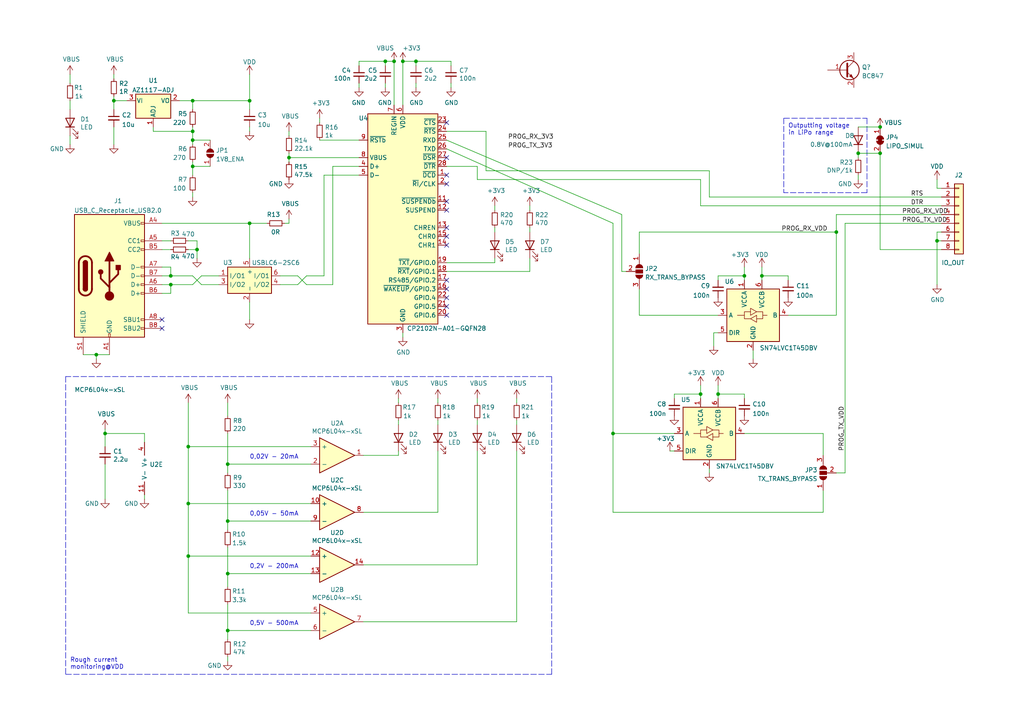
<source format=kicad_sch>
(kicad_sch (version 20211123) (generator eeschema)
  (paper "A4")
  (lib_symbols
    (symbol "Amplifier_Operational:MCP6L04x-xSL"
      (property "Reference" "U" (at 0 3.81 0))
      (property "Value" "MCP6L04x-xSL" (at 0 -3.81 0))
      (symbol "MCP6L04x-xSL_1_1"
        (pin output line (at 7.62 0 180) (length 2.54) (name "~") (number "1"))
        (pin input line (at -7.62 -2.54 0) (length 2.54) (name "-") (number "2"))
        (pin input line (at -7.62 2.54 0) (length 2.54) (name "+") (number "3"))
      )
      (symbol "MCP6L04x-xSL_2_1"
        (pin input line (at -7.62 2.54 0) (length 2.54) (name "+") (number "5"))
        (pin input line (at -7.62 -2.54 0) (length 2.54) (name "-") (number "6"))
        (pin output line (at 7.62 0 180) (length 2.54) (name "~") (number "7"))
      )
      (symbol "MCP6L04x-xSL_3_1"
        (pin input line (at -7.62 2.54 0) (length 2.54) (name "+") (number "10"))
        (pin output line (at 7.62 0 180) (length 2.54) (name "~") (number "8"))
        (pin input line (at -7.62 -2.54 0) (length 2.54) (name "-") (number "9"))
      )
      (symbol "MCP6L04x-xSL_4_1"
        (pin input line (at -7.62 2.54 0) (length 2.54) (name "+") (number "12"))
        (pin input line (at -7.62 -2.54 0) (length 2.54) (name "-") (number "13"))
        (pin output line (at 7.62 0 180) (length 2.54) (name "~") (number "14"))
      )
      (symbol "MCP6L04x-xSL_5_1"
        (pin power_in line (at -2.54 -7.62 90) (length 3.81) (name "V-") (number "11"))
        (pin power_in line (at -2.54 7.62 270) (length 3.81) (name "V+") (number "4"))
      )
    )
    (symbol "Connector:USB_C_Receptacle_USB2.0" (pin_names (offset 1.016))
      (property "Reference" "J" (at -10.16 19.05 0))
      (property "Value" "USB_C_Receptacle_USB2.0" (at 19.05 19.05 0))
      (symbol "USB_C_Receptacle_USB2.0_1_1"
        (pin passive line (at 0 -22.86 90) (length 5.08) (name "GND") (number "A1"))
        (pin passive line (at 0 -22.86 90) (length 5.08) hide (name "GND") (number "A12"))
        (pin passive line (at 15.24 15.24 180) (length 5.08) (name "VBUS") (number "A4"))
        (pin bidirectional line (at 15.24 10.16 180) (length 5.08) (name "CC1") (number "A5"))
        (pin bidirectional line (at 15.24 -2.54 180) (length 5.08) (name "D+") (number "A6"))
        (pin bidirectional line (at 15.24 2.54 180) (length 5.08) (name "D-") (number "A7"))
        (pin bidirectional line (at 15.24 -12.7 180) (length 5.08) (name "SBU1") (number "A8"))
        (pin passive line (at 15.24 15.24 180) (length 5.08) hide (name "VBUS") (number "A9"))
        (pin passive line (at 0 -22.86 90) (length 5.08) hide (name "GND") (number "B1"))
        (pin passive line (at 0 -22.86 90) (length 5.08) hide (name "GND") (number "B12"))
        (pin passive line (at 15.24 15.24 180) (length 5.08) hide (name "VBUS") (number "B4"))
        (pin bidirectional line (at 15.24 7.62 180) (length 5.08) (name "CC2") (number "B5"))
        (pin bidirectional line (at 15.24 -5.08 180) (length 5.08) (name "D+") (number "B6"))
        (pin bidirectional line (at 15.24 0 180) (length 5.08) (name "D-") (number "B7"))
        (pin bidirectional line (at 15.24 -15.24 180) (length 5.08) (name "SBU2") (number "B8"))
        (pin passive line (at 15.24 15.24 180) (length 5.08) hide (name "VBUS") (number "B9"))
        (pin passive line (at -7.62 -22.86 90) (length 5.08) (name "SHIELD") (number "S1"))
      )
    )
    (symbol "Connector_Generic:Conn_01x08" (pin_names (offset 1.016) hide)
      (property "Reference" "J" (at 0 10.16 0))
      (property "Value" "Conn_01x08" (at 0 -12.7 0))
      (symbol "Conn_01x08_1_1"
        (pin passive line (at -5.08 7.62 0) (length 3.81) (name "Pin_1") (number "1"))
        (pin passive line (at -5.08 5.08 0) (length 3.81) (name "Pin_2") (number "2"))
        (pin passive line (at -5.08 2.54 0) (length 3.81) (name "Pin_3") (number "3"))
        (pin passive line (at -5.08 0 0) (length 3.81) (name "Pin_4") (number "4"))
        (pin passive line (at -5.08 -2.54 0) (length 3.81) (name "Pin_5") (number "5"))
        (pin passive line (at -5.08 -5.08 0) (length 3.81) (name "Pin_6") (number "6"))
        (pin passive line (at -5.08 -7.62 0) (length 3.81) (name "Pin_7") (number "7"))
        (pin passive line (at -5.08 -10.16 0) (length 3.81) (name "Pin_8") (number "8"))
      )
    )
    (symbol "Critbit_lib:USBLC6-2SC6"
      (property "Reference" "U" (at -5.08 5.08 0))
      (property "Value" "USBLC6-2SC6" (at 2.54 -5.08 0))
      (symbol "USBLC6-2SC6_1_1"
        (pin passive line (at -8.89 1.27 0) (length 2.54) (name "I/O1") (number "1"))
        (pin passive line (at 0 -6.35 90) (length 2.54) (name "-") (number "2"))
        (pin passive line (at -8.89 -1.27 0) (length 2.54) (name "I/O2") (number "3"))
        (pin passive line (at 8.89 -1.27 180) (length 2.54) (name "I/O2") (number "4"))
        (pin passive line (at 0 6.35 270) (length 2.54) (name "+") (number "5"))
        (pin passive line (at 8.89 1.27 180) (length 2.54) (name "I/O1") (number "6"))
      )
    )
    (symbol "Device:C_Small" (pin_numbers hide) (pin_names (offset 0.254) hide)
      (property "Reference" "C" (at 0.254 1.778 0))
      (property "Value" "C_Small" (at 0.254 -2.032 0))
      (symbol "C_Small_1_1"
        (pin passive line (at 0 2.54 270) (length 2.032) (name "~") (number "1"))
        (pin passive line (at 0 -2.54 90) (length 2.032) (name "~") (number "2"))
      )
    )
    (symbol "Device:D" (pin_numbers hide) (pin_names (offset 1.016) hide)
      (property "Reference" "D" (at 0 2.54 0))
      (property "Value" "D" (at 0 -2.54 0))
      (symbol "D_1_1"
        (pin passive line (at -3.81 0 0) (length 2.54) (name "K") (number "1"))
        (pin passive line (at 3.81 0 180) (length 2.54) (name "A") (number "2"))
      )
    )
    (symbol "Device:LED" (pin_numbers hide) (pin_names (offset 1.016) hide)
      (property "Reference" "D" (at 0 2.54 0))
      (property "Value" "LED" (at 0 -2.54 0))
      (symbol "LED_1_1"
        (pin passive line (at -3.81 0 0) (length 2.54) (name "K") (number "1"))
        (pin passive line (at 3.81 0 180) (length 2.54) (name "A") (number "2"))
      )
    )
    (symbol "Device:R_Small" (pin_numbers hide) (pin_names (offset 0.254) hide)
      (property "Reference" "R" (at 0.762 0.508 0))
      (property "Value" "R_Small" (at 0.762 -1.016 0))
      (symbol "R_Small_1_1"
        (pin passive line (at 0 2.54 270) (length 0.762) (name "~") (number "1"))
        (pin passive line (at 0 -2.54 90) (length 0.762) (name "~") (number "2"))
      )
    )
    (symbol "Interface_USB:CP2102N-A01-GQFN28"
      (property "Reference" "U" (at -7.62 31.75 0))
      (property "Value" "Interface_USB_CP2102N-A01-GQFN28" (at 26.67 31.75 0))
      (symbol "CP2102N-A01-GQFN28_1_1"
        (pin input line (at 12.7 12.7 180) (length 2.54) (name "~{DCD}") (number "1"))
        (pin no_connect line (at -10.16 -10.16 0) (length 2.54) hide (name "NC") (number "10"))
        (pin output line (at 12.7 5.08 180) (length 2.54) (name "~{SUSPENDb}") (number "11"))
        (pin output line (at 12.7 2.54 180) (length 2.54) (name "SUSPEND") (number "12"))
        (pin output line (at 12.7 -2.54 180) (length 2.54) (name "CHREN") (number "13"))
        (pin output line (at 12.7 -7.62 180) (length 2.54) (name "CHR1") (number "14"))
        (pin output line (at 12.7 -5.08 180) (length 2.54) (name "CHR0") (number "15"))
        (pin bidirectional line (at 12.7 -20.32 180) (length 2.54) (name "~{WAKEUP}/GPIO.3") (number "16"))
        (pin bidirectional line (at 12.7 -17.78 180) (length 2.54) (name "RS485/GPIO.2") (number "17"))
        (pin bidirectional line (at 12.7 -15.24 180) (length 2.54) (name "~{RXT}/GPIO.1") (number "18"))
        (pin bidirectional line (at 12.7 -12.7 180) (length 2.54) (name "~{TXT}/GPIO.0") (number "19"))
        (pin bidirectional line (at 12.7 10.16 180) (length 2.54) (name "~{RI}/CLK") (number "2"))
        (pin bidirectional line (at 12.7 -27.94 180) (length 2.54) (name "GPIO.6") (number "20"))
        (pin bidirectional line (at 12.7 -25.4 180) (length 2.54) (name "GPIO.5") (number "21"))
        (pin bidirectional line (at 12.7 -22.86 180) (length 2.54) (name "GPIO.4") (number "22"))
        (pin input line (at 12.7 27.94 180) (length 2.54) (name "~{CTS}") (number "23"))
        (pin output line (at 12.7 25.4 180) (length 2.54) (name "~{RTS}") (number "24"))
        (pin input line (at 12.7 22.86 180) (length 2.54) (name "RXD") (number "25"))
        (pin output line (at 12.7 20.32 180) (length 2.54) (name "TXD") (number "26"))
        (pin input line (at 12.7 17.78 180) (length 2.54) (name "~{DSR}") (number "27"))
        (pin output line (at 12.7 15.24 180) (length 2.54) (name "~{DTR}") (number "28"))
        (pin passive line (at 0 -33.02 90) (length 2.54) hide (name "GND") (number "29"))
        (pin power_in line (at 0 -33.02 90) (length 2.54) (name "GND") (number "3"))
        (pin bidirectional line (at -12.7 15.24 0) (length 2.54) (name "D+") (number "4"))
        (pin bidirectional line (at -12.7 12.7 0) (length 2.54) (name "D-") (number "5"))
        (pin passive line (at 0 33.02 270) (length 2.54) (name "VDD") (number "6"))
        (pin power_in line (at -2.54 33.02 270) (length 2.54) (name "REGIN") (number "7"))
        (pin input line (at -12.7 17.78 0) (length 2.54) (name "VBUS") (number "8"))
        (pin input line (at -12.7 22.86 0) (length 2.54) (name "~{RSTb}") (number "9"))
      )
    )
    (symbol "Jumper:SolderJumper_2_Bridged" (pin_names (offset 0) hide)
      (property "Reference" "JP" (at 0 2.032 0))
      (property "Value" "SolderJumper_2_Bridged" (at 0 -2.54 0))
      (symbol "SolderJumper_2_Bridged_1_1"
        (pin passive line (at -3.81 0 0) (length 2.54) (name "A") (number "1"))
        (pin passive line (at 3.81 0 180) (length 2.54) (name "B") (number "2"))
      )
    )
    (symbol "Jumper:SolderJumper_2_Open" (pin_names (offset 0) hide)
      (property "Reference" "JP" (at 0 2.032 0))
      (property "Value" "SolderJumper_2_Open" (at 0 -2.54 0))
      (symbol "SolderJumper_2_Open_1_1"
        (pin passive line (at -3.81 0 0) (length 2.54) (name "A") (number "1"))
        (pin passive line (at 3.81 0 180) (length 2.54) (name "B") (number "2"))
      )
    )
    (symbol "Jumper:SolderJumper_3_Open" (pin_names (offset 0) hide)
      (property "Reference" "JP" (at -2.54 -2.54 0))
      (property "Value" "SolderJumper_3_Open" (at 0 2.794 0))
      (symbol "SolderJumper_3_Open_1_1"
        (pin passive line (at -5.08 0 0) (length 2.54) (name "A") (number "1"))
        (pin passive line (at 0 -3.81 90) (length 2.54) (name "C") (number "2"))
        (pin passive line (at 5.08 0 180) (length 2.54) (name "B") (number "3"))
      )
    )
    (symbol "Logic_LevelTranslator:SN74LVC1T45DBV"
      (property "Reference" "U" (at -6.35 8.89 0))
      (property "Value" "SN74LVC1T45DBV" (at 3.81 8.89 0))
      (symbol "SN74LVC1T45DBV_1_1"
        (pin power_in line (at -2.54 10.16 270) (length 2.54) (name "VCCA") (number "1"))
        (pin power_in line (at 0 -10.16 90) (length 2.54) (name "GND") (number "2"))
        (pin bidirectional line (at -10.16 0 0) (length 2.54) (name "A") (number "3"))
        (pin bidirectional line (at 10.16 0 180) (length 2.54) (name "B") (number "4"))
        (pin input line (at -10.16 -5.08 0) (length 2.54) (name "DIR") (number "5"))
        (pin power_in line (at 2.54 10.16 270) (length 2.54) (name "VCCB") (number "6"))
      )
    )
    (symbol "Regulator_Linear:AZ1117-ADJ" (pin_names (offset 0.254))
      (property "Reference" "U" (at -3.81 3.175 0))
      (property "Value" "AZ1117-ADJ" (at 0 3.175 0))
      (symbol "AZ1117-ADJ_1_1"
        (pin input line (at 0 -7.62 90) (length 2.54) (name "ADJ") (number "1"))
        (pin power_out line (at 7.62 0 180) (length 2.54) (name "VO") (number "2"))
        (pin power_in line (at -7.62 0 0) (length 2.54) (name "VI") (number "3"))
      )
    )
    (symbol "Transistor_BJT:BC847" (pin_names (offset 0) hide)
      (property "Reference" "Q" (at 5.08 1.905 0))
      (property "Value" "BC847" (at 5.08 0 0))
      (symbol "BC847_1_1"
        (pin input line (at -5.08 0 0) (length 5.715) (name "B") (number "1"))
        (pin passive line (at 2.54 -5.08 90) (length 2.54) (name "E") (number "2"))
        (pin passive line (at 2.54 5.08 270) (length 2.54) (name "C") (number "3"))
      )
    )
    (symbol "power:+3.3V" (power) (pin_names (offset 0))
      (property "Value" "+3.3V" (at 0 3.556 0))
      (symbol "+3.3V_1_1"
        (pin power_in line (at 0 0 90) (length 0) hide (name "+3V3") (number "1"))
      )
    )
    (symbol "power:GND" (power) (pin_names (offset 0))
      (property "Value" "GND" (at 0 -3.81 0))
      (symbol "GND_1_1"
        (pin power_in line (at 0 0 270) (length 0) hide (name "GND") (number "1"))
      )
    )
    (symbol "power:VBUS" (power) (pin_names (offset 0))
      (property "Value" "VBUS" (at 0 3.81 0))
      (symbol "VBUS_1_1"
        (pin power_in line (at 0 0 90) (length 0) hide (name "VBUS") (number "1"))
      )
    )
    (symbol "power:VDD" (power) (pin_names (offset 0))
      (property "Value" "VDD" (at 0 3.81 0))
      (symbol "VDD_1_1"
        (pin power_in line (at 0 0 90) (length 0) hide (name "VDD") (number "1"))
      )
    )
  )
  (junction (at 114.3 17.78))
  (junction (at 30.48 125.73))
  (junction (at 55.88 38.1))
  (junction (at 27.94 102.87))
  (junction (at 220.98 80.01))
  (junction (at 111.76 17.78))
  (junction (at 55.88 29.21))
  (junction (at 49.53 82.55))
  (junction (at 255.27 36.83))
  (junction (at 66.04 166.37))
  (junction (at 242.57 67.31))
  (junction (at 255.27 44.45))
  (junction (at 203.2 114.3))
  (junction (at 54.61 129.54))
  (junction (at 116.84 17.78))
  (junction (at 54.61 161.29))
  (junction (at 66.04 134.62))
  (junction (at 208.28 114.3))
  (junction (at 83.82 45.72))
  (junction (at 72.39 29.21))
  (junction (at 271.78 69.85))
  (junction (at 248.92 44.45))
  (junction (at 57.15 72.39))
  (junction (at 55.88 40.64))
  (junction (at 66.04 151.13))
  (junction (at 55.88 48.26))
  (junction (at 49.53 80.01))
  (junction (at 54.61 146.05))
  (junction (at 72.39 64.77))
  (junction (at 33.02 29.21))
  (junction (at 177.8 125.73))
  (junction (at 120.65 17.78))
  (junction (at 215.9 80.01))
  (junction (at 66.04 182.88))
  (no_connect (at 129.54 45.72))
  (no_connect (at 46.99 95.25))
  (no_connect (at 129.54 88.9))
  (no_connect (at 129.54 58.42))
  (no_connect (at 129.54 53.34))
  (no_connect (at 129.54 68.58))
  (no_connect (at 46.99 92.71))
  (no_connect (at 129.54 66.04))
  (no_connect (at 129.54 81.28))
  (no_connect (at 129.54 35.56))
  (no_connect (at 129.54 83.82))
  (no_connect (at 129.54 60.96))
  (no_connect (at 129.54 86.36))
  (no_connect (at 129.54 91.44))
  (no_connect (at 129.54 71.12))
  (no_connect (at 129.54 50.8))
  (wire (pts (xy 49.53 80.01) (xy 55.88 80.01)))
  (wire (pts (xy 273.05 67.31) (xy 271.78 67.31)))
  (wire (pts (xy 248.92 50.8) (xy 248.92 52.07)))
  (wire (pts (xy 55.88 48.26) (xy 60.96 48.26)))
  (wire (pts (xy 245.11 64.77) (xy 273.05 64.77)))
  (wire (pts (xy 58.42 80.01) (xy 63.5 80.01)))
  (wire (pts (xy 54.61 129.54) (xy 54.61 146.05)))
  (wire (pts (xy 20.32 24.13) (xy 20.32 21.59)))
  (wire (pts (xy 153.67 78.74) (xy 153.67 74.93)))
  (wire (pts (xy 86.36 80.01) (xy 88.9 82.55)))
  (wire (pts (xy 242.57 62.23) (xy 242.57 67.31)))
  (wire (pts (xy 96.52 82.55) (xy 96.52 48.26)))
  (wire (pts (xy 271.78 52.07) (xy 271.78 54.61)))
  (wire (pts (xy 127 115.57) (xy 127 116.84)))
  (wire (pts (xy 46.99 82.55) (xy 49.53 82.55)))
  (wire (pts (xy 248.92 44.45) (xy 255.27 44.45)))
  (wire (pts (xy 228.6 80.01) (xy 228.6 81.28)))
  (wire (pts (xy 138.43 163.83) (xy 105.41 163.83)))
  (wire (pts (xy 55.88 40.64) (xy 55.88 41.91)))
  (wire (pts (xy 46.99 85.09) (xy 49.53 85.09)))
  (wire (pts (xy 46.99 77.47) (xy 49.53 77.47)))
  (wire (pts (xy 66.04 191.77) (xy 66.04 190.5)))
  (wire (pts (xy 215.9 77.47) (xy 215.9 80.01)))
  (wire (pts (xy 72.39 64.77) (xy 72.39 74.93)))
  (wire (pts (xy 208.28 80.01) (xy 215.9 80.01)))
  (wire (pts (xy 228.6 91.44) (xy 242.57 91.44)))
  (wire (pts (xy 208.28 114.3) (xy 208.28 115.57)))
  (wire (pts (xy 83.82 45.72) (xy 83.82 46.99)))
  (wire (pts (xy 115.57 132.08) (xy 105.41 132.08)))
  (wire (pts (xy 220.98 80.01) (xy 228.6 80.01)))
  (wire (pts (xy 245.11 64.77) (xy 245.11 137.16)))
  (wire (pts (xy 215.9 114.3) (xy 215.9 115.57)))
  (wire (pts (xy 72.39 29.21) (xy 72.39 21.59)))
  (wire (pts (xy 242.57 137.16) (xy 245.11 137.16)))
  (wire (pts (xy 177.8 125.73) (xy 195.58 125.73)))
  (wire (pts (xy 208.28 111.76) (xy 208.28 114.3)))
  (wire (pts (xy 57.15 72.39) (xy 57.15 69.85)))
  (wire (pts (xy 66.04 185.42) (xy 66.04 182.88)))
  (wire (pts (xy 66.04 153.67) (xy 66.04 151.13)))
  (polyline (pts (xy 160.02 109.22) (xy 19.05 109.22)))
  (wire (pts (xy 104.14 17.78) (xy 104.14 19.05)))
  (polyline (pts (xy 251.46 55.88) (xy 227.33 55.88)))
  (wire (pts (xy 115.57 115.57) (xy 115.57 116.84)))
  (wire (pts (xy 72.39 64.77) (xy 77.47 64.77)))
  (wire (pts (xy 41.91 125.73) (xy 41.91 128.27)))
  (wire (pts (xy 153.67 66.04) (xy 153.67 67.31)))
  (wire (pts (xy 203.2 52.07) (xy 203.2 59.69)))
  (wire (pts (xy 208.28 81.28) (xy 208.28 80.01)))
  (wire (pts (xy 27.94 102.87) (xy 27.94 104.14)))
  (wire (pts (xy 46.99 64.77) (xy 72.39 64.77)))
  (wire (pts (xy 111.76 17.78) (xy 104.14 17.78)))
  (wire (pts (xy 66.04 125.73) (xy 66.04 134.62)))
  (wire (pts (xy 46.99 72.39) (xy 49.53 72.39)))
  (wire (pts (xy 30.48 125.73) (xy 41.91 125.73)))
  (wire (pts (xy 55.88 55.88) (xy 55.88 57.15)))
  (wire (pts (xy 81.28 82.55) (xy 86.36 82.55)))
  (wire (pts (xy 138.43 52.07) (xy 138.43 48.26)))
  (wire (pts (xy 138.43 52.07) (xy 203.2 52.07)))
  (wire (pts (xy 129.54 38.1) (xy 140.97 38.1)))
  (polyline (pts (xy 160.02 195.58) (xy 160.02 109.22)))
  (wire (pts (xy 72.39 29.21) (xy 72.39 31.75)))
  (wire (pts (xy 177.8 64.77) (xy 177.8 125.73)))
  (wire (pts (xy 242.57 62.23) (xy 273.05 62.23)))
  (wire (pts (xy 88.9 82.55) (xy 96.52 82.55)))
  (wire (pts (xy 153.67 60.96) (xy 153.67 59.69)))
  (wire (pts (xy 114.3 30.48) (xy 114.3 17.78)))
  (wire (pts (xy 180.34 62.23) (xy 180.34 78.74)))
  (wire (pts (xy 55.88 40.64) (xy 60.96 40.64)))
  (wire (pts (xy 255.27 36.83) (xy 248.92 36.83)))
  (wire (pts (xy 55.88 38.1) (xy 44.45 38.1)))
  (wire (pts (xy 129.54 78.74) (xy 153.67 78.74)))
  (wire (pts (xy 127 130.81) (xy 127 148.59)))
  (wire (pts (xy 203.2 59.69) (xy 273.05 59.69)))
  (wire (pts (xy 205.74 49.53) (xy 140.97 49.53)))
  (wire (pts (xy 44.45 38.1) (xy 44.45 36.83)))
  (wire (pts (xy 115.57 130.81) (xy 115.57 132.08)))
  (wire (pts (xy 83.82 64.77) (xy 82.55 64.77)))
  (wire (pts (xy 185.42 83.82) (xy 185.42 91.44)))
  (wire (pts (xy 138.43 48.26) (xy 129.54 48.26)))
  (wire (pts (xy 195.58 115.57) (xy 195.58 114.3)))
  (wire (pts (xy 33.02 27.94) (xy 33.02 29.21)))
  (wire (pts (xy 54.61 146.05) (xy 54.61 161.29)))
  (wire (pts (xy 208.28 114.3) (xy 215.9 114.3)))
  (wire (pts (xy 130.81 19.05) (xy 130.81 17.78)))
  (wire (pts (xy 93.98 80.01) (xy 88.9 80.01)))
  (wire (pts (xy 120.65 17.78) (xy 130.81 17.78)))
  (wire (pts (xy 66.04 137.16) (xy 66.04 134.62)))
  (wire (pts (xy 30.48 144.78) (xy 30.48 134.62)))
  (wire (pts (xy 207.01 96.52) (xy 208.28 96.52)))
  (wire (pts (xy 205.74 135.89) (xy 205.74 137.16)))
  (wire (pts (xy 66.04 182.88) (xy 90.17 182.88)))
  (wire (pts (xy 195.58 114.3) (xy 203.2 114.3)))
  (wire (pts (xy 66.04 182.88) (xy 66.04 175.26)))
  (wire (pts (xy 120.65 24.13) (xy 120.65 25.4)))
  (wire (pts (xy 30.48 124.46) (xy 30.48 125.73)))
  (wire (pts (xy 49.53 85.09) (xy 49.53 82.55)))
  (wire (pts (xy 149.86 123.19) (xy 149.86 121.92)))
  (wire (pts (xy 90.17 161.29) (xy 54.61 161.29)))
  (wire (pts (xy 271.78 54.61) (xy 273.05 54.61)))
  (wire (pts (xy 24.13 102.87) (xy 27.94 102.87)))
  (wire (pts (xy 149.86 130.81) (xy 149.86 180.34)))
  (wire (pts (xy 66.04 170.18) (xy 66.04 166.37)))
  (wire (pts (xy 49.53 69.85) (xy 46.99 69.85)))
  (wire (pts (xy 105.41 148.59) (xy 127 148.59)))
  (wire (pts (xy 218.44 101.6) (xy 218.44 104.14)))
  (wire (pts (xy 180.34 78.74) (xy 181.61 78.74)))
  (wire (pts (xy 55.88 46.99) (xy 55.88 48.26)))
  (wire (pts (xy 54.61 72.39) (xy 57.15 72.39)))
  (polyline (pts (xy 227.33 34.29) (xy 227.33 55.88)))
  (wire (pts (xy 127 123.19) (xy 127 121.92)))
  (wire (pts (xy 86.36 82.55) (xy 88.9 80.01)))
  (wire (pts (xy 220.98 80.01) (xy 220.98 81.28)))
  (wire (pts (xy 92.71 40.64) (xy 104.14 40.64)))
  (wire (pts (xy 205.74 57.15) (xy 205.74 49.53)))
  (wire (pts (xy 66.04 116.84) (xy 66.04 120.65)))
  (wire (pts (xy 143.51 66.04) (xy 143.51 67.31)))
  (wire (pts (xy 83.82 45.72) (xy 104.14 45.72)))
  (wire (pts (xy 114.3 17.78) (xy 111.76 17.78)))
  (wire (pts (xy 57.15 74.93) (xy 57.15 72.39)))
  (wire (pts (xy 129.54 43.18) (xy 177.8 64.77)))
  (wire (pts (xy 93.98 50.8) (xy 93.98 80.01)))
  (wire (pts (xy 55.88 38.1) (xy 55.88 40.64)))
  (wire (pts (xy 220.98 77.47) (xy 220.98 80.01)))
  (wire (pts (xy 238.76 132.08) (xy 238.76 125.73)))
  (wire (pts (xy 130.81 25.4) (xy 130.81 24.13)))
  (wire (pts (xy 255.27 72.39) (xy 273.05 72.39)))
  (wire (pts (xy 83.82 38.1) (xy 83.82 39.37)))
  (wire (pts (xy 55.88 29.21) (xy 72.39 29.21)))
  (wire (pts (xy 30.48 129.54) (xy 30.48 125.73)))
  (wire (pts (xy 105.41 180.34) (xy 149.86 180.34)))
  (wire (pts (xy 66.04 151.13) (xy 90.17 151.13)))
  (wire (pts (xy 33.02 41.91) (xy 33.02 36.83)))
  (wire (pts (xy 33.02 21.59) (xy 33.02 22.86)))
  (wire (pts (xy 203.2 115.57) (xy 203.2 114.3)))
  (wire (pts (xy 96.52 48.26) (xy 104.14 48.26)))
  (wire (pts (xy 255.27 44.45) (xy 255.27 72.39)))
  (wire (pts (xy 116.84 17.78) (xy 120.65 17.78)))
  (wire (pts (xy 120.65 17.78) (xy 120.65 19.05)))
  (wire (pts (xy 177.8 125.73) (xy 177.8 148.59)))
  (wire (pts (xy 143.51 76.2) (xy 143.51 74.93)))
  (wire (pts (xy 207.01 96.52) (xy 207.01 100.33)))
  (wire (pts (xy 273.05 57.15) (xy 205.74 57.15)))
  (wire (pts (xy 248.92 44.45) (xy 248.92 45.72)))
  (wire (pts (xy 58.42 82.55) (xy 63.5 82.55)))
  (wire (pts (xy 177.8 148.59) (xy 238.76 148.59)))
  (wire (pts (xy 111.76 24.13) (xy 111.76 25.4)))
  (wire (pts (xy 140.97 49.53) (xy 140.97 38.1)))
  (wire (pts (xy 66.04 166.37) (xy 90.17 166.37)))
  (wire (pts (xy 55.88 48.26) (xy 55.88 50.8)))
  (wire (pts (xy 90.17 129.54) (xy 54.61 129.54)))
  (wire (pts (xy 138.43 115.57) (xy 138.43 116.84)))
  (wire (pts (xy 138.43 123.19) (xy 138.43 121.92)))
  (wire (pts (xy 54.61 116.84) (xy 54.61 129.54)))
  (wire (pts (xy 271.78 67.31) (xy 271.78 69.85)))
  (wire (pts (xy 104.14 25.4) (xy 104.14 24.13)))
  (wire (pts (xy 52.07 29.21) (xy 55.88 29.21)))
  (wire (pts (xy 116.84 17.78) (xy 116.84 30.48)))
  (wire (pts (xy 33.02 31.75) (xy 33.02 29.21)))
  (wire (pts (xy 129.54 76.2) (xy 143.51 76.2)))
  (wire (pts (xy 104.14 50.8) (xy 93.98 50.8)))
  (wire (pts (xy 33.02 29.21) (xy 36.83 29.21)))
  (wire (pts (xy 20.32 41.91) (xy 20.32 39.37)))
  (polyline (pts (xy 19.05 109.22) (xy 19.05 195.58)))
  (wire (pts (xy 242.57 67.31) (xy 242.57 91.44)))
  (wire (pts (xy 72.39 36.83) (xy 72.39 38.1)))
  (wire (pts (xy 72.39 87.63) (xy 72.39 92.71)))
  (wire (pts (xy 149.86 115.57) (xy 149.86 116.84)))
  (wire (pts (xy 215.9 125.73) (xy 238.76 125.73)))
  (wire (pts (xy 57.15 69.85) (xy 54.61 69.85)))
  (wire (pts (xy 273.05 69.85) (xy 271.78 69.85)))
  (wire (pts (xy 194.31 130.81) (xy 195.58 130.81)))
  (wire (pts (xy 55.88 36.83) (xy 55.88 38.1)))
  (wire (pts (xy 185.42 91.44) (xy 208.28 91.44)))
  (wire (pts (xy 92.71 35.56) (xy 92.71 34.29)))
  (wire (pts (xy 46.99 80.01) (xy 49.53 80.01)))
  (wire (pts (xy 49.53 77.47) (xy 49.53 80.01)))
  (wire (pts (xy 215.9 81.28) (xy 215.9 80.01)))
  (wire (pts (xy 203.2 111.76) (xy 203.2 114.3)))
  (wire (pts (xy 143.51 60.96) (xy 143.51 59.69)))
  (wire (pts (xy 66.04 158.75) (xy 66.04 166.37)))
  (wire (pts (xy 27.94 102.87) (xy 31.75 102.87)))
  (wire (pts (xy 49.53 82.55) (xy 55.88 82.55)))
  (wire (pts (xy 271.78 69.85) (xy 271.78 82.55)))
  (wire (pts (xy 86.36 80.01) (xy 81.28 80.01)))
  (polyline (pts (xy 19.05 195.58) (xy 160.02 195.58)))
  (wire (pts (xy 115.57 123.19) (xy 115.57 121.92)))
  (wire (pts (xy 185.42 67.31) (xy 185.42 73.66)))
  (wire (pts (xy 83.82 44.45) (xy 83.82 45.72)))
  (wire (pts (xy 185.42 67.31) (xy 242.57 67.31)))
  (wire (pts (xy 116.84 97.79) (xy 116.84 96.52)))
  (wire (pts (xy 138.43 130.81) (xy 138.43 163.83)))
  (wire (pts (xy 111.76 17.78) (xy 111.76 19.05)))
  (wire (pts (xy 55.88 29.21) (xy 55.88 31.75)))
  (wire (pts (xy 66.04 134.62) (xy 90.17 134.62)))
  (wire (pts (xy 20.32 31.75) (xy 20.32 29.21)))
  (wire (pts (xy 55.88 80.01) (xy 58.42 82.55)))
  (wire (pts (xy 54.61 177.8) (xy 90.17 177.8)))
  (polyline (pts (xy 227.33 34.29) (xy 251.46 34.29)))
  (wire (pts (xy 66.04 142.24) (xy 66.04 151.13)))
  (wire (pts (xy 55.88 82.55) (xy 58.42 80.01)))
  (wire (pts (xy 129.54 40.64) (xy 180.34 62.23)))
  (wire (pts (xy 90.17 146.05) (xy 54.61 146.05)))
  (wire (pts (xy 41.91 143.51) (xy 41.91 144.78)))
  (polyline (pts (xy 251.46 34.29) (xy 251.46 55.88)))
  (wire (pts (xy 238.76 142.24) (xy 238.76 148.59)))
  (wire (pts (xy 54.61 161.29) (xy 54.61 177.8)))
  (wire (pts (xy 83.82 63.5) (xy 83.82 64.77)))
  (text "Outputting voltage\nin LiPo range" (at 228.6 39.37 0) (effects (font (size 1.27 1.27)) (justify left bottom)))
  (text "0,2V - 200mA" (at 72.39 165.1 0) (effects (font (size 1.27 1.27)) (justify left bottom)))
  (text "0,05V - 50mA" (at 72.39 149.86 0) (effects (font (size 1.27 1.27)) (justify left bottom)))
  (text "0,02V - 20mA" (at 72.39 133.35 0) (effects (font (size 1.27 1.27)) (justify left bottom)))
  (text "0,5V - 500mA" (at 72.39 181.61 0) (effects (font (size 1.27 1.27)) (justify left bottom)))
  (text "Rough current\nmonitoring@VDD" (at 20.32 194.31 0) (effects (font (size 1.27 1.27)) (justify left bottom)))
  (label "PROG_RX_VDD" (at 261.62 62.23 0))
  (label "PROG_RX_3V3" (at 147.32 40.64 0))
  (label "RTS" (at 264.16 57.15 0))
  (label "PROG_TX_VDD" (at 261.62 64.77 0))
  (label "PROG_TX_VDD" (at 245.11 130.81 90))
  (label "PROG_RX_VDD" (at 240.03 67.31 180))
  (label "DTR" (at 264.16 59.69 0))
  (label "PROG_TX_3V3" (at 147.32 43.18 0))
  (symbol (lib_id "Interface_USB:CP2102N-A01-GQFN28") (at 116.84 63.5 0) (unit 1)
    (property "Reference" "U4" (at 105.41 34.29 0))
    (property "Value" "CP2102N-A01-GQFN28" (at 129.54 95.25 0))
    (property "Footprint" "Package_DFN_QFN:QFN-28-1EP_5x5mm_P0.5mm_EP3.35x3.35mm" (effects hide))
    (property "Datasheet" "https://www.silabs.com/documents/public/data-sheets/cp2102n-datasheet.pdf" (effects hide))
  )
  (symbol (lib_id "power:VBUS") (at 83.82 63.5 0) (unit 1)
    (property "Reference" "#PWR019" (effects hide))
    (property "Value" "VBUS" (at 84.201 59.1058 0))
  )
  (symbol (lib_id "Device:LED") (at 143.51 71.12 90) (unit 1)
    (property "Reference" "D5" (at 146.4818 70.1294 90) (effects (justify right)))
    (property "Value" "LED" (at 146.4818 72.4408 90) (effects (justify right)))
    (property "Footprint" "LED_SMD:LED_0603_1608Metric" (effects hide))
  )
  (symbol (lib_id "Device:LED") (at 153.67 71.12 90) (unit 1)
    (property "Reference" "D7" (at 156.6418 70.1294 90) (effects (justify right)))
    (property "Value" "LED" (at 156.6418 72.4408 90) (effects (justify right)))
    (property "Footprint" "LED_SMD:LED_0603_1608Metric" (effects hide))
  )
  (symbol (lib_id "Device:R_Small") (at 143.51 63.5 0) (unit 1)
    (property "Reference" "R20" (at 145.0086 62.3316 0) (effects (justify left)))
    (property "Value" "470" (at 145.0086 64.643 0) (effects (justify left)))
    (property "Footprint" "Resistor_SMD:R_0402_1005Metric" (effects hide))
  )
  (symbol (lib_id "Device:R_Small") (at 153.67 63.5 0) (unit 1)
    (property "Reference" "R22" (at 155.1686 62.3316 0) (effects (justify left)))
    (property "Value" "470" (at 155.1686 64.643 0) (effects (justify left)))
    (property "Footprint" "Resistor_SMD:R_0402_1005Metric" (effects hide))
  )
  (symbol (lib_id "power:GND") (at 271.78 82.55 0) (unit 1)
    (property "Reference" "#PWR049" (effects hide))
    (property "Value" "GND" (at 271.907 86.9442 0))
  )
  (symbol (lib_id "power:+3.3V") (at 143.51 59.69 0) (unit 1)
    (property "Reference" "#PWR031" (effects hide))
    (property "Value" "+3.3V" (at 143.891 55.2958 0))
  )
  (symbol (lib_id "power:+3.3V") (at 153.67 59.69 0) (unit 1)
    (property "Reference" "#PWR033" (effects hide))
    (property "Value" "+3.3V" (at 154.051 55.2958 0))
  )
  (symbol (lib_id "Device:C_Small") (at 130.81 21.59 0) (unit 1)
    (property "Reference" "C7" (at 133.1468 20.4216 0) (effects (justify left)))
    (property "Value" "100n" (at 133.1468 22.733 0) (effects (justify left)))
    (property "Footprint" "Capacitor_SMD:C_0402_1005Metric" (effects hide))
  )
  (symbol (lib_id "Device:C_Small") (at 120.65 21.59 0) (unit 1)
    (property "Reference" "C6" (at 122.9868 20.4216 0) (effects (justify left)))
    (property "Value" "2u2" (at 122.9868 22.733 0) (effects (justify left)))
    (property "Footprint" "Capacitor_SMD:C_0402_1005Metric" (effects hide))
  )
  (symbol (lib_id "power:GND") (at 120.65 25.4 0) (unit 1)
    (property "Reference" "#PWR027" (effects hide))
    (property "Value" "GND" (at 120.777 29.7942 0))
  )
  (symbol (lib_id "power:GND") (at 130.81 25.4 0) (unit 1)
    (property "Reference" "#PWR029" (effects hide))
    (property "Value" "GND" (at 130.937 29.7942 0))
  )
  (symbol (lib_id "power:+3.3V") (at 92.71 34.29 0) (unit 1)
    (property "Reference" "#PWR020" (effects hide))
    (property "Value" "+3.3V" (at 93.091 29.8958 0))
  )
  (symbol (lib_id "Device:R_Small") (at 92.71 38.1 0) (unit 1)
    (property "Reference" "R16" (at 94.2086 36.9316 0) (effects (justify left)))
    (property "Value" "1k" (at 94.2086 39.243 0) (effects (justify left)))
    (property "Footprint" "Resistor_SMD:R_0402_1005Metric" (effects hide))
  )
  (symbol (lib_id "Device:R_Small") (at 83.82 49.53 0) (unit 1)
    (property "Reference" "R15" (at 85.3186 48.3616 0) (effects (justify left)))
    (property "Value" "47.5k" (at 85.3186 50.673 0) (effects (justify left)))
    (property "Footprint" "Resistor_SMD:R_0402_1005Metric" (effects hide))
  )
  (symbol (lib_id "Device:R_Small") (at 83.82 41.91 0) (unit 1)
    (property "Reference" "R14" (at 85.3186 40.7416 0) (effects (justify left)))
    (property "Value" "22.1k" (at 85.3186 43.053 0) (effects (justify left)))
    (property "Footprint" "Resistor_SMD:R_0402_1005Metric" (effects hide))
  )
  (symbol (lib_id "power:GND") (at 83.82 52.07 0) (unit 1)
    (property "Reference" "#PWR018" (effects hide))
    (property "Value" "GND" (at 80.01 53.34 0))
  )
  (symbol (lib_id "power:VBUS") (at 83.82 38.1 0) (unit 1)
    (property "Reference" "#PWR017" (effects hide))
    (property "Value" "VBUS" (at 84.201 33.7058 0))
  )
  (symbol (lib_id "power:GND") (at 116.84 97.79 0) (unit 1)
    (property "Reference" "#PWR026" (effects hide))
    (property "Value" "GND" (at 116.967 102.1842 0))
  )
  (symbol (lib_id "Device:R_Small") (at 33.02 25.4 0) (unit 1)
    (property "Reference" "R2" (at 34.5186 24.2316 0) (effects (justify left)))
    (property "Value" "1R" (at 34.5186 26.543 0) (effects (justify left)))
    (property "Footprint" "Resistor_SMD:R_1206_3216Metric_Pad1.30x1.75mm_HandSolder" (effects hide))
  )
  (symbol (lib_id "Device:R_Small") (at 66.04 187.96 0) (unit 1)
    (property "Reference" "R12" (at 67.5386 186.7916 0) (effects (justify left)))
    (property "Value" "47k" (at 67.5386 189.103 0) (effects (justify left)))
    (property "Footprint" "Resistor_SMD:R_0402_1005Metric" (effects hide))
  )
  (symbol (lib_id "power:GND") (at 66.04 191.77 0) (unit 1)
    (property "Reference" "#PWR013" (effects hide))
    (property "Value" "GND" (at 62.23 193.04 0))
  )
  (symbol (lib_id "Device:R_Small") (at 66.04 172.72 0) (unit 1)
    (property "Reference" "R11" (at 67.31 171.45 0) (effects (justify left)))
    (property "Value" "3.3k" (at 67.31 173.99 0) (effects (justify left)))
    (property "Footprint" "Resistor_SMD:R_0402_1005Metric" (effects hide))
  )
  (symbol (lib_id "Device:R_Small") (at 66.04 156.21 0) (unit 1)
    (property "Reference" "R10" (at 67.31 154.94 0) (effects (justify left)))
    (property "Value" "1.5k" (at 67.31 157.48 0) (effects (justify left)))
    (property "Footprint" "Resistor_SMD:R_0402_1005Metric" (effects hide))
  )
  (symbol (lib_id "Device:R_Small") (at 66.04 139.7 0) (unit 1)
    (property "Reference" "R9" (at 67.5386 138.5316 0) (effects (justify left)))
    (property "Value" "330" (at 67.5386 140.843 0) (effects (justify left)))
    (property "Footprint" "Resistor_SMD:R_0402_1005Metric" (effects hide))
  )
  (symbol (lib_id "Device:R_Small") (at 66.04 123.19 0) (unit 1)
    (property "Reference" "R8" (at 67.5386 122.0216 0) (effects (justify left)))
    (property "Value" "220" (at 67.5386 124.333 0) (effects (justify left)))
    (property "Footprint" "Resistor_SMD:R_0603_1608Metric" (effects hide))
  )
  (symbol (lib_id "power:GND") (at 41.91 144.78 0) (unit 1)
    (property "Reference" "#PWR08" (effects hide))
    (property "Value" "GND" (at 38.1 146.05 0))
  )
  (symbol (lib_id "Device:C_Small") (at 30.48 132.08 0) (unit 1)
    (property "Reference" "C1" (at 32.8168 130.9116 0) (effects (justify left)))
    (property "Value" "2.2u" (at 32.8168 133.223 0) (effects (justify left)))
    (property "Footprint" "Capacitor_SMD:C_0603_1608Metric" (effects hide))
  )
  (symbol (lib_id "power:GND") (at 30.48 144.78 0) (unit 1)
    (property "Reference" "#PWR05" (effects hide))
    (property "Value" "GND" (at 26.67 146.05 0))
  )
  (symbol (lib_id "power:VBUS") (at 30.48 124.46 0) (unit 1)
    (property "Reference" "#PWR04" (effects hide))
    (property "Value" "VBUS" (at 30.861 120.0658 0))
  )
  (symbol (lib_id "Device:LED") (at 115.57 127 90) (unit 1)
    (property "Reference" "D2" (at 118.5418 126.0094 90) (effects (justify right)))
    (property "Value" "LED" (at 118.5418 128.3208 90) (effects (justify right)))
    (property "Footprint" "LED_SMD:LED_0603_1608Metric" (effects hide))
  )
  (symbol (lib_id "Device:R_Small") (at 115.57 119.38 180) (unit 1)
    (property "Reference" "R17" (at 120.65 118.11 0) (effects (justify left)))
    (property "Value" "1k" (at 119.38 120.65 0) (effects (justify left)))
    (property "Footprint" "Resistor_SMD:R_0402_1005Metric" (effects hide))
  )
  (symbol (lib_id "Device:LED") (at 127 127 90) (unit 1)
    (property "Reference" "D3" (at 129.9718 126.0094 90) (effects (justify right)))
    (property "Value" "LED" (at 129.9718 128.3208 90) (effects (justify right)))
    (property "Footprint" "LED_SMD:LED_0603_1608Metric" (effects hide))
  )
  (symbol (lib_id "Device:R_Small") (at 127 119.38 180) (unit 1)
    (property "Reference" "R18" (at 132.08 118.11 0) (effects (justify left)))
    (property "Value" "1k" (at 130.81 120.65 0) (effects (justify left)))
    (property "Footprint" "Resistor_SMD:R_0402_1005Metric" (effects hide))
  )
  (symbol (lib_id "Device:LED") (at 138.43 127 90) (unit 1)
    (property "Reference" "D4" (at 141.4018 126.0094 90) (effects (justify right)))
    (property "Value" "LED" (at 141.4018 128.3208 90) (effects (justify right)))
    (property "Footprint" "LED_SMD:LED_0603_1608Metric" (effects hide))
  )
  (symbol (lib_id "Device:R_Small") (at 138.43 119.38 180) (unit 1)
    (property "Reference" "R19" (at 143.51 118.11 0) (effects (justify left)))
    (property "Value" "1k" (at 142.24 120.65 0) (effects (justify left)))
    (property "Footprint" "Resistor_SMD:R_0402_1005Metric" (effects hide))
  )
  (symbol (lib_id "Device:LED") (at 149.86 127 90) (unit 1)
    (property "Reference" "D6" (at 152.8318 126.0094 90) (effects (justify right)))
    (property "Value" "LED" (at 152.8318 128.3208 90) (effects (justify right)))
    (property "Footprint" "LED_SMD:LED_0603_1608Metric" (effects hide))
  )
  (symbol (lib_id "Device:R_Small") (at 149.86 119.38 180) (unit 1)
    (property "Reference" "R21" (at 154.94 118.11 0) (effects (justify left)))
    (property "Value" "1k" (at 153.67 120.65 0) (effects (justify left)))
    (property "Footprint" "Resistor_SMD:R_0402_1005Metric" (effects hide))
  )
  (symbol (lib_id "power:VBUS") (at 66.04 116.84 0) (unit 1)
    (property "Reference" "#PWR012" (effects hide))
    (property "Value" "VBUS" (at 66.421 112.4458 0))
  )
  (symbol (lib_id "power:VBUS") (at 115.57 115.57 0) (unit 1)
    (property "Reference" "#PWR024" (effects hide))
    (property "Value" "VBUS" (at 115.951 111.1758 0))
  )
  (symbol (lib_id "power:VBUS") (at 127 115.57 0) (unit 1)
    (property "Reference" "#PWR028" (effects hide))
    (property "Value" "VBUS" (at 127.381 111.1758 0))
  )
  (symbol (lib_id "power:VBUS") (at 138.43 115.57 0) (unit 1)
    (property "Reference" "#PWR030" (effects hide))
    (property "Value" "VBUS" (at 138.811 111.1758 0))
  )
  (symbol (lib_id "power:VBUS") (at 149.86 115.57 0) (unit 1)
    (property "Reference" "#PWR032" (effects hide))
    (property "Value" "VBUS" (at 150.241 111.1758 0))
  )
  (symbol (lib_id "Device:LED") (at 20.32 35.56 90) (unit 1)
    (property "Reference" "D1" (at 23.2918 34.5694 90) (effects (justify right)))
    (property "Value" "LED" (at 23.2918 36.8808 90) (effects (justify right)))
    (property "Footprint" "LED_SMD:LED_0603_1608Metric" (effects hide))
  )
  (symbol (lib_id "Device:R_Small") (at 20.32 26.67 180) (unit 1)
    (property "Reference" "R1" (at 24.13 25.4 0) (effects (justify left)))
    (property "Value" "1k" (at 24.13 27.94 0) (effects (justify left)))
    (property "Footprint" "Resistor_SMD:R_0402_1005Metric" (effects hide))
  )
  (symbol (lib_id "power:VBUS") (at 20.32 21.59 0) (unit 1)
    (property "Reference" "#PWR01" (effects hide))
    (property "Value" "VBUS" (at 20.701 17.1958 0))
  )
  (symbol (lib_id "power:GND") (at 20.32 41.91 0) (unit 1)
    (property "Reference" "#PWR02" (effects hide))
    (property "Value" "GND" (at 16.51 43.18 0))
  )
  (symbol (lib_id "Amplifier_Operational:MCP6L04x-xSL") (at 97.79 180.34 0) (unit 2)
    (property "Reference" "U2" (at 97.79 171.0182 0))
    (property "Value" "MCP6L04x-xSL" (at 97.79 173.3296 0))
    (property "Footprint" "Package_SO:SOIC-14_3.9x8.7mm_P1.27mm" (effects hide))
    (property "Datasheet" "http://ww1.microchip.com/downloads/en/devicedoc/22140b.pdf" (effects hide))
  )
  (symbol (lib_id "Amplifier_Operational:MCP6L04x-xSL") (at 97.79 132.08 0) (unit 1)
    (property "Reference" "U2" (at 97.79 122.7582 0))
    (property "Value" "MCP6L04x-xSL" (at 97.79 125.0696 0))
    (property "Footprint" "Package_SO:SOIC-14_3.9x8.7mm_P1.27mm" (effects hide))
    (property "Datasheet" "http://ww1.microchip.com/downloads/en/devicedoc/22140b.pdf" (effects hide))
  )
  (symbol (lib_id "Amplifier_Operational:MCP6L04x-xSL") (at 97.79 148.59 0) (unit 3)
    (property "Reference" "U2" (at 97.79 139.2682 0))
    (property "Value" "MCP6L04x-xSL" (at 97.79 141.5796 0))
    (property "Footprint" "Package_SO:SOIC-14_3.9x8.7mm_P1.27mm" (effects hide))
    (property "Datasheet" "http://ww1.microchip.com/downloads/en/devicedoc/22140b.pdf" (effects hide))
  )
  (symbol (lib_id "Amplifier_Operational:MCP6L04x-xSL") (at 97.79 163.83 0) (unit 4)
    (property "Reference" "U2" (at 97.79 154.5082 0))
    (property "Value" "MCP6L04x-xSL" (at 97.79 156.8196 0))
    (property "Footprint" "Package_SO:SOIC-14_3.9x8.7mm_P1.27mm" (effects hide))
    (property "Datasheet" "http://ww1.microchip.com/downloads/en/devicedoc/22140b.pdf" (effects hide))
  )
  (symbol (lib_id "Amplifier_Operational:MCP6L04x-xSL") (at 44.45 135.89 0) (unit 5)
    (property "Reference" "U2" (at 43.3832 134.7216 0) (effects (justify left)))
    (property "Value" "MCP6L04x-xSL" (at 21.59 113.03 0) (effects (justify left)))
    (property "Footprint" "Package_SO:SOIC-14_3.9x8.7mm_P1.27mm" (effects hide))
    (property "Datasheet" "http://ww1.microchip.com/downloads/en/devicedoc/22140b.pdf" (effects hide))
  )
  (symbol (lib_id "Connector_Generic:Conn_01x08") (at 278.13 62.23 0) (unit 1)
    (property "Reference" "J2" (at 276.86 50.8 0) (effects (justify left)))
    (property "Value" "IO_OUT" (at 273.05 76.2 0) (effects (justify left)))
    (property "Footprint" "Connector_PinHeader_2.54mm:PinHeader_1x08_P2.54mm_Vertical" (effects hide))
  )
  (symbol (lib_id "power:VBUS") (at 255.27 36.83 0) (unit 1)
    (property "Reference" "#PWR048" (effects hide))
    (property "Value" "VBUS" (at 259.08 35.56 0))
  )
  (symbol (lib_id "power:GND") (at 104.14 25.4 0) (mirror y) (unit 1)
    (property "Reference" "#PWR021" (effects hide))
    (property "Value" "GND" (at 104.013 29.7942 0))
  )
  (symbol (lib_id "power:GND") (at 72.39 92.71 0) (unit 1)
    (property "Reference" "#PWR016" (effects hide))
    (property "Value" "GND" (effects hide))
  )
  (symbol (lib_id "Connector:USB_C_Receptacle_USB2.0") (at 31.75 80.01 0) (unit 1)
    (property "Reference" "J1" (at 34.2265 58.2634 0))
    (property "Value" "USB_C_Receptacle_USB2.0" (at 34.2265 61.0385 0))
    (property "Footprint" "Connector_USB:USB_C_Receptacle_HRO_TYPE-C-31-M-12" (effects hide))
    (property "Datasheet" "https://www.usb.org/sites/default/files/documents/usb_type-c.zip" (effects hide))
  )
  (symbol (lib_id "Device:R_Small") (at 52.07 69.85 90) (unit 1)
    (property "Reference" "R3" (at 50.8 67.6869 90))
    (property "Value" "470" (at 54.61 67.922 90))
    (property "Footprint" "Resistor_SMD:R_0402_1005Metric" (effects hide))
  )
  (symbol (lib_id "power:+3.3V") (at 116.84 17.78 0) (unit 1)
    (property "Reference" "#PWR025" (effects hide))
    (property "Value" "+3.3V" (at 119.38 13.97 0))
  )
  (symbol (lib_id "Device:C_Small") (at 104.14 21.59 0) (mirror y) (unit 1)
    (property "Reference" "C4" (at 101.8032 20.4216 0) (effects (justify left)))
    (property "Value" "100n" (at 101.8032 22.733 0) (effects (justify left)))
    (property "Footprint" "Capacitor_SMD:C_0402_1005Metric" (effects hide))
  )
  (symbol (lib_id "power:GND") (at 207.01 100.33 0) (unit 1)
    (property "Reference" "#PWR038" (effects hide))
    (property "Value" "GND" (effects hide))
  )
  (symbol (lib_id "Device:D") (at 248.92 40.64 270) (mirror x) (unit 1)
    (property "Reference" "D8" (at 245.11 39.37 90) (effects (justify left)))
    (property "Value" "0.8V@100mA" (at 234.95 41.91 90) (effects (justify left)))
    (property "Footprint" "Diode_SMD:D_SMA" (effects hide))
  )
  (symbol (lib_id "Jumper:SolderJumper_3_Open") (at 185.42 78.74 270) (unit 1)
    (property "Reference" "JP2" (at 187.071 77.9053 90) (effects (justify left)))
    (property "Value" "RX_TRANS_BYPASS" (at 187.071 80.4422 90) (effects (justify left)))
    (property "Footprint" "Jumper:SolderJumper-3_P2.0mm_Open_TrianglePad1.0x1.5mm" (effects hide))
  )
  (symbol (lib_id "power:GND") (at 248.92 52.07 0) (unit 1)
    (property "Reference" "#PWR046" (effects hide))
    (property "Value" "GND" (at 245.11 53.34 0))
  )
  (symbol (lib_id "power:VDD") (at 220.98 77.47 0) (unit 1)
    (property "Reference" "#PWR044" (effects hide))
    (property "Value" "VDD" (at 220.98 73.8655 0))
  )
  (symbol (lib_id "power:GND") (at 72.39 38.1 0) (unit 1)
    (property "Reference" "#PWR015" (effects hide))
    (property "Value" "GND" (effects hide))
  )
  (symbol (lib_id "power:VDD") (at 271.78 52.07 0) (mirror y) (unit 1)
    (property "Reference" "#PWR047" (effects hide))
    (property "Value" "VDD" (at 271.78 48.26 0))
  )
  (symbol (lib_id "power:+3.3V") (at 203.2 111.76 0) (unit 1)
    (property "Reference" "#PWR036" (effects hide))
    (property "Value" "+3.3V" (at 201.93 108.1555 0))
  )
  (symbol (lib_id "Device:R_Small") (at 80.01 64.77 90) (unit 1)
    (property "Reference" "R13" (at 81.28 62.23 90) (effects (justify left)))
    (property "Value" "0R" (at 81.28 67.31 90) (effects (justify left)))
    (property "Footprint" "Resistor_SMD:R_1206_3216Metric_Pad1.30x1.75mm_HandSolder" (effects hide))
  )
  (symbol (lib_id "Device:C_Small") (at 195.58 118.11 0) (mirror x) (unit 1)
    (property "Reference" "C8" (at 193.2559 117.2015 0) (effects (justify right)))
    (property "Value" "100n" (at 193.2559 119.9766 0) (effects (justify right)))
    (property "Footprint" "Capacitor_SMD:C_0402_1005Metric" (effects hide))
  )
  (symbol (lib_id "Device:C_Small") (at 215.9 118.11 0) (unit 1)
    (property "Reference" "C10" (at 218.2241 117.2015 0) (effects (justify left)))
    (property "Value" "100n" (at 218.2241 119.9766 0) (effects (justify left)))
    (property "Footprint" "Capacitor_SMD:C_0402_1005Metric" (effects hide))
  )
  (symbol (lib_id "power:+3.3V") (at 194.31 130.81 0) (unit 1)
    (property "Reference" "#PWR034" (effects hide))
    (property "Value" "+3.3V" (at 193.04 127.2055 0))
  )
  (symbol (lib_id "power:GND") (at 218.44 104.14 0) (unit 1)
    (property "Reference" "#PWR043" (effects hide))
    (property "Value" "GND" (effects hide))
  )
  (symbol (lib_id "Device:R_Small") (at 55.88 53.34 0) (mirror x) (unit 1)
    (property "Reference" "R7" (at 52.9631 52.07 0))
    (property "Value" "100" (at 52.07 54.61 0))
    (property "Footprint" "Resistor_SMD:R_0603_1608Metric_Pad0.98x0.95mm_HandSolder" (effects hide))
  )
  (symbol (lib_id "Jumper:SolderJumper_3_Open") (at 238.76 137.16 90) (unit 1)
    (property "Reference" "JP3" (at 237.109 136.3253 90) (effects (justify left)))
    (property "Value" "TX_TRANS_BYPASS" (at 237.109 138.8622 90) (effects (justify left)))
    (property "Footprint" "Jumper:SolderJumper-3_P2.0mm_Open_TrianglePad1.0x1.5mm" (effects hide))
  )
  (symbol (lib_id "power:GND") (at 33.02 41.91 0) (unit 1)
    (property "Reference" "#PWR07" (effects hide))
    (property "Value" "GND" (effects hide))
  )
  (symbol (lib_id "Logic_LevelTranslator:SN74LVC1T45DBV") (at 205.74 125.73 0) (unit 1)
    (property "Reference" "U5" (at 197.4851 115.9315 0) (effects (justify left)))
    (property "Value" "SN74LVC1T45DBV" (at 207.6451 135.2166 0) (effects (justify left)))
    (property "Footprint" "Package_TO_SOT_SMD:SOT-23-6" (effects hide))
    (property "Datasheet" "http://www.ti.com/lit/ds/symlink/sn74lvc1t45.pdf" (effects hide))
  )
  (symbol (lib_id "Regulator_Linear:AZ1117-ADJ") (at 44.45 29.21 0) (unit 1)
    (property "Reference" "U1" (at 44.45 23.3384 0))
    (property "Value" "AZ1117-ADJ" (at 44.45 26.1135 0))
    (property "Footprint" "Package_TO_SOT_SMD:SOT-223-3_TabPin2" (effects hide))
    (property "Datasheet" "https://www.diodes.com/assets/Datasheets/AZ1117.pdf" (effects hide))
  )
  (symbol (lib_id "power:VBUS") (at 54.61 116.84 0) (unit 1)
    (property "Reference" "#PWR09" (effects hide))
    (property "Value" "VBUS" (at 54.991 112.4458 0))
  )
  (symbol (lib_id "Device:R_Small") (at 52.07 72.39 90) (mirror x) (unit 1)
    (property "Reference" "R4" (at 50.8 74.5531 90))
    (property "Value" "470" (at 54.61 74.318 90))
    (property "Footprint" "Resistor_SMD:R_0402_1005Metric" (effects hide))
  )
  (symbol (lib_id "power:GND") (at 208.28 86.36 0) (unit 1)
    (property "Reference" "#PWR039" (effects hide))
    (property "Value" "GND" (effects hide))
  )
  (symbol (lib_id "power:VDD") (at 72.39 21.59 0) (unit 1)
    (property "Reference" "#PWR014" (effects hide))
    (property "Value" "VDD" (at 72.39 17.9855 0))
  )
  (symbol (lib_id "Jumper:SolderJumper_2_Open") (at 60.96 44.45 90) (unit 1)
    (property "Reference" "JP1" (at 62.611 43.6153 90) (effects (justify right)))
    (property "Value" "1V8_ENA" (at 62.611 46.1522 90) (effects (justify right)))
    (property "Footprint" "Jumper:SolderJumper-2_P1.3mm_Open_TrianglePad1.0x1.5mm" (effects hide))
  )
  (symbol (lib_id "power:GND") (at 27.94 104.14 0) (unit 1)
    (property "Reference" "#PWR03" (effects hide))
    (property "Value" "GND" (effects hide))
  )
  (symbol (lib_id "power:VDD") (at 208.28 111.76 0) (unit 1)
    (property "Reference" "#PWR040" (effects hide))
    (property "Value" "VDD" (at 208.28 108.1555 0))
  )
  (symbol (lib_id "Device:R_Small") (at 55.88 34.29 0) (mirror x) (unit 1)
    (property "Reference" "R5" (at 52.9631 33.02 0))
    (property "Value" "220" (at 52.07 35.56 0))
    (property "Footprint" "Resistor_SMD:R_0603_1608Metric_Pad0.98x0.95mm_HandSolder" (effects hide))
  )
  (symbol (lib_id "power:VBUS") (at 33.02 21.59 0) (unit 1)
    (property "Reference" "#PWR06" (effects hide))
    (property "Value" "VBUS" (at 33.401 17.1958 0))
  )
  (symbol (lib_id "Critbit_lib:USBLC6-2SC6") (at 72.39 81.28 0) (unit 1)
    (property "Reference" "U3" (at 66.04 76.1704 0))
    (property "Value" "USBLC6-2SC6" (at 80.01 76.2 0))
    (property "Footprint" "Package_TO_SOT_SMD:SOT-23-6" (effects hide))
    (property "Datasheet" "https://www.st.com/resource/en/datasheet/usblc6-2.pdf" (effects hide))
  )
  (symbol (lib_id "Logic_LevelTranslator:SN74LVC1T45DBV") (at 218.44 91.44 0) (unit 1)
    (property "Reference" "U6" (at 210.1851 81.6415 0) (effects (justify left)))
    (property "Value" "SN74LVC1T45DBV" (at 220.3451 100.9266 0) (effects (justify left)))
    (property "Footprint" "Package_TO_SOT_SMD:SOT-23-6" (effects hide))
    (property "Datasheet" "http://www.ti.com/lit/ds/symlink/sn74lvc1t45.pdf" (effects hide))
  )
  (symbol (lib_id "Device:C_Small") (at 111.76 21.59 0) (mirror y) (unit 1)
    (property "Reference" "C5" (at 109.4232 20.4216 0) (effects (justify left)))
    (property "Value" "2u2" (at 109.4232 22.733 0) (effects (justify left)))
    (property "Footprint" "Capacitor_SMD:C_0402_1005Metric" (effects hide))
  )
  (symbol (lib_id "Device:C_Small") (at 208.28 83.82 0) (mirror x) (unit 1)
    (property "Reference" "C9" (at 205.9559 82.9115 0) (effects (justify right)))
    (property "Value" "100n" (at 205.9559 85.6866 0) (effects (justify right)))
    (property "Footprint" "Capacitor_SMD:C_0402_1005Metric" (effects hide))
  )
  (symbol (lib_id "power:GND") (at 111.76 25.4 0) (mirror y) (unit 1)
    (property "Reference" "#PWR022" (effects hide))
    (property "Value" "GND" (at 111.633 29.7942 0))
  )
  (symbol (lib_id "Device:R_Small") (at 55.88 44.45 0) (mirror x) (unit 1)
    (property "Reference" "R6" (at 52.9631 43.18 0))
    (property "Value" "270" (at 52.07 45.72 0))
    (property "Footprint" "Resistor_SMD:R_0603_1608Metric_Pad0.98x0.95mm_HandSolder" (effects hide))
  )
  (symbol (lib_id "Device:C_Small") (at 228.6 83.82 0) (unit 1)
    (property "Reference" "C11" (at 230.9241 82.9115 0) (effects (justify left)))
    (property "Value" "100n" (at 230.9241 85.6866 0) (effects (justify left)))
    (property "Footprint" "Capacitor_SMD:C_0402_1005Metric" (effects hide))
  )
  (symbol (lib_id "power:GND") (at 215.9 120.65 0) (unit 1)
    (property "Reference" "#PWR042" (effects hide))
    (property "Value" "GND" (effects hide))
  )
  (symbol (lib_id "Device:C_Small") (at 33.02 34.29 0) (unit 1)
    (property "Reference" "C2" (at 35.3441 33.3815 0) (effects (justify left)))
    (property "Value" "10u" (at 35.3441 36.1566 0) (effects (justify left)))
    (property "Footprint" "Capacitor_SMD:C_0603_1608Metric" (effects hide))
  )
  (symbol (lib_id "power:GND") (at 205.74 137.16 0) (unit 1)
    (property "Reference" "#PWR037" (effects hide))
    (property "Value" "GND" (effects hide))
  )
  (symbol (lib_id "power:GND") (at 195.58 120.65 0) (unit 1)
    (property "Reference" "#PWR035" (effects hide))
    (property "Value" "GND" (effects hide))
  )
  (symbol (lib_id "power:GND") (at 228.6 86.36 0) (unit 1)
    (property "Reference" "#PWR045" (effects hide))
    (property "Value" "GND" (effects hide))
  )
  (symbol (lib_id "Jumper:SolderJumper_2_Bridged") (at 255.27 40.64 270) (unit 1)
    (property "Reference" "JP4" (at 256.921 39.8053 90) (effects (justify left)))
    (property "Value" "LIPO_SIMUL" (at 256.921 42.3422 90) (effects (justify left)))
    (property "Footprint" "Jumper:SolderJumper-2_P1.3mm_Bridged2Bar_Pad1.0x1.5mm" (effects hide))
  )
  (symbol (lib_id "Device:C_Small") (at 72.39 34.29 0) (unit 1)
    (property "Reference" "C3" (at 74.7141 33.3815 0) (effects (justify left)))
    (property "Value" "10u" (at 74.7141 36.1566 0) (effects (justify left)))
    (property "Footprint" "Capacitor_SMD:C_0603_1608Metric" (effects hide))
  )
  (symbol (lib_id "power:+3.3V") (at 215.9 77.47 0) (unit 1)
    (property "Reference" "#PWR041" (effects hide))
    (property "Value" "+3.3V" (at 214.63 73.8655 0))
  )
  (symbol (lib_id "power:GND") (at 55.88 57.15 0) (unit 1)
    (property "Reference" "#PWR010" (effects hide))
    (property "Value" "GND" (effects hide))
  )
  (symbol (lib_id "Transistor_BJT:BC847") (at 245.11 20.32 0) (unit 1)
    (property "Reference" "Q?" (at 249.9614 19.4853 0) (effects (justify left)))
    (property "Value" "BC847" (at 249.9614 22.0222 0) (effects (justify left)))
    (property "Footprint" "Package_TO_SOT_SMD:SOT-23" (effects hide))
    (property "Datasheet" "http://www.infineon.com/dgdl/Infineon-BC847SERIES_BC848SERIES_BC849SERIES_BC850SERIES-DS-v01_01-en.pdf?fileId=db3a304314dca389011541d4630a1657" (effects hide))
  )
  (symbol (lib_id "power:VBUS") (at 114.3 17.78 0) (unit 1)
    (property "Reference" "#PWR023" (effects hide))
    (property "Value" "VBUS" (at 111.76 13.97 0))
  )
  (symbol (lib_id "Device:R_Small") (at 248.92 48.26 0) (mirror y) (unit 1)
    (property "Reference" "R23" (at 247.4214 47.0916 0) (effects (justify left)))
    (property "Value" "DNP/1k" (at 247.4214 49.403 0) (effects (justify left)))
    (property "Footprint" "Resistor_SMD:R_0402_1005Metric" (effects hide))
  )
  (symbol (lib_id "power:GND") (at 57.15 74.93 0) (unit 1)
    (property "Reference" "#PWR011" (effects hide))
    (property "Value" "GND" (effects hide))
  )
)
</source>
